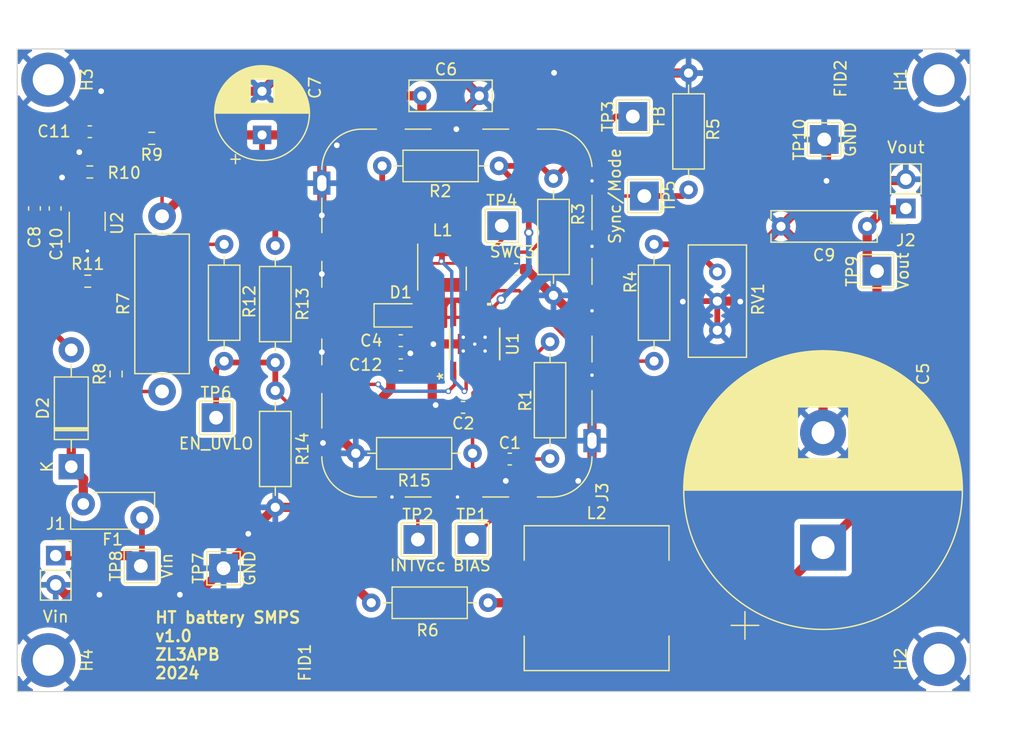
<source format=kicad_pcb>
(kicad_pcb (version 20221018) (generator pcbnew)
  (layers (0 "F.Cu" signal) (31 "B.Cu" signal) (34 "B.Paste" user) (35 "F.Paste" user) (36 "B.SilkS" user "B.Silkscreen") (37 "F.SilkS" user "F.Silkscreen") (38 "B.Mask" user) (39 "F.Mask" user) (44 "Edge.Cuts" user))
  (net 0 "")
  (net 1 "Net-(C1-Pad1)")
  (net 2 "GND")
  (net 3 "Net-(U1-INTVCC)")
  (net 4 "Net-(U1-SS)")
  (net 5 "Net-(D1-K)")
  (net 6 "Net-(J2-Pin_1)")
  (net 7 "Net-(U1-VIN)")
  (net 8 "Net-(D2-A)")
  (net 9 "Net-(U2-+)")
  (net 10 "Net-(U2--)")
  (net 11 "Net-(D1-A)")
  (net 12 "Net-(D2-K)")
  (net 13 "Net-(J1-Pin_1)")
  (net 14 "Net-(U1-VC)")
  (net 15 "Net-(U1-FBX)")
  (net 16 "Net-(U1-RT)")
  (net 17 "Net-(R4-Pad2)")
  (net 18 "Net-(U1-SYNC{slash}MODE)")
  (net 19 "Net-(R11-Pad2)")
  (net 20 "Net-(U1-EN{slash}UVLO)")
  (net 22 "Net-(L2-Pad1)")
  (net 23 "Net-(U1-BIAS)")
  (footprint "Diode_THT:D_DO-41_SOD81_P10.16mm_Horizontal" (layer "F.Cu") (at 110.2 118.26 90)
    (fp_text reference "D2")
    (fp_text value "3v3")
  )
  (footprint "Resistor_THT:R_Axial_DIN0207_L6.3mm_D2.5mm_P10.16mm_Horizontal" (layer "F.Cu") (at 123.5 98.92 -90)
    (fp_text reference "R12")
    (fp_text value "0R")
  )
  (footprint "hv_converter:MS323_hatched" (layer "F.Cu") (at 155.5 120.9 90)
    (fp_text reference "J3")
    (fp_text value "RF_Shield_PSU")
  )
  (footprint "Capacitor_SMD:C_0603_1608Metric_Pad1.08x0.95mm_HandSolder" (layer "F.Cu") (at 148.9 101.1)
    (fp_text reference "C3")
    (fp_text value "220n")
  )
  (footprint "Connector_PinSocket_2.54mm:PinSocket_1x02_P2.54mm_Vertical" (layer "F.Cu") (at 108.85 126)
    (fp_text reference "J1")
    (fp_text value "Vin")
  )
  (footprint "Capacitor_THT:C_Rect_L9.0mm_W2.5mm_P7.50mm_MKT" (layer "F.Cu") (at 179.44 97.36 180)
    (fp_text reference "C9")
    (fp_text value "100n")
  )
  (footprint "Capacitor_THT:C_Disc_D7.0mm_W2.5mm_P5.00mm" (layer "F.Cu") (at 140.7 86)
    (fp_text reference "C6")
    (fp_text value "100n")
  )
  (footprint "Resistor_SMD:R_0603_1608Metric_Pad0.98x0.95mm_HandSolder" (layer "F.Cu") (at 111.6375 102.125 180)
    (fp_text reference "R11")
    (fp_text value "1M")
  )
  (footprint "Fiducial:Fiducial_1.5mm_Mask3mm" (layer "F.Cu") (at 179.6 84.5 90)
    (fp_text reference "FID2")
    (fp_text value "Fiducial")
  )
  (footprint "Diode_SMD:D_PowerDI-123" (layer "F.Cu") (at 138.85 105.1)
    (fp_text reference "D1")
    (fp_text value "D")
  )
  (footprint "Resistor_THT:R_Axial_DIN0207_L6.3mm_D2.5mm_P10.16mm_Horizontal" (layer "F.Cu") (at 145.11 117.1 180)
    (fp_text reference "R15")
    (fp_text value "0R")
  )
  (footprint "Resistor_THT:R_Axial_DIN0207_L6.3mm_D2.5mm_P10.16mm_Horizontal" (layer "F.Cu") (at 127.95 99.04 -90)
    (fp_text reference "R13")
    (fp_text value "0R")
  )
  (footprint "Capacitor_SMD:C_0603_1608Metric_Pad1.08x0.95mm_HandSolder" (layer "F.Cu") (at 108.8 95.8 90)
    (fp_text reference "C10")
    (fp_text value "100n")
  )
  (footprint "TestPoint:TestPoint_THTPad_2.5x2.5mm_Drill1.2mm" (layer "F.Cu") (at 147.65 97.3)
    (fp_text reference "TP4")
    (fp_text value "SW")
  )
  (footprint "Fuse:Fuse_Bourns_MF-RG300" (layer "F.Cu") (at 116.35 122.7 180)
    (fp_text reference "F1")
    (fp_text value "3A")
  )
  (footprint "Resistor_THT:R_Axial_DIN0207_L6.3mm_D2.5mm_P10.16mm_Horizontal" (layer "F.Cu") (at 163.9 94.18 90)
    (fp_text reference "R5")
    (fp_text value "0R")
  )
  (footprint "Resistor_THT:R_Axial_DIN0207_L6.3mm_D2.5mm_P10.16mm_Horizontal" (layer "F.Cu") (at 127.95 111.64 -90)
    (fp_text reference "R14")
    (fp_text value "100k")
  )
  (footprint "Connector_PinSocket_2.54mm:PinSocket_1x02_P2.54mm_Vertical" (layer "F.Cu") (at 182.8 95.8 180)
    (fp_text reference "J2")
    (fp_text value "Vout")
  )
  (footprint "Capacitor_SMD:C_0603_1608Metric_Pad1.08x0.95mm_HandSolder" (layer "F.Cu") (at 144.2875 113.1 180)
    (fp_text reference "C2")
    (fp_text value "1u")
  )
  (footprint "Resistor_THT:R_Axial_DIN0207_L6.3mm_D2.5mm_P10.16mm_Horizontal" (layer "F.Cu") (at 151.85 107.4 -90)
    (fp_text reference "R1")
    (fp_text value "84k5")
  )
  (footprint "TestPoint:TestPoint_THTPad_2.5x2.5mm_Drill1.2mm" (layer "F.Cu") (at 175.7 89.8 90)
    (fp_text reference "TP10")
    (fp_text value "GND")
  )
  (footprint "Capacitor_THT:CP_Radial_D24.0mm_P10.00mm_SnapIn" (layer "F.Cu") (at 175.6 125.3 90)
    (fp_text reference "C5")
    (fp_text value "150u")
  )
  (footprint "TestPoint:TestPoint_THTPad_2.5x2.5mm_Drill1.2mm" (layer "F.Cu") (at 145.05 124.6)
    (fp_text reference "TP1")
    (fp_text value "BIAS")
  )
  (footprint "Resistor_THT:R_Axial_DIN0414_L11.9mm_D4.5mm_P15.24mm_Horizontal" (layer "F.Cu") (at 118.1 111.72 90)
    (fp_text reference "R7")
    (fp_text value "1R")
  )
  (footprint "Capacitor_THT:CP_Radial_D8.0mm_P3.80mm" (layer "F.Cu") (at 126.8 89.402651 90)
    (fp_text reference "C7")
    (fp_text value "120u")
  )
  (footprint "Resistor_THT:R_Axial_DIN0207_L6.3mm_D2.5mm_P10.16mm_Horizontal" (layer "F.Cu") (at 160.9 109.08 90)
    (fp_text reference "R4")
    (fp_text value "47k")
  )
  (footprint "Inductor_SMD:L_12x12mm_H8mm" (layer "F.Cu") (at 155.9 129.7)
    (fp_text reference "L2")
    (fp_text value "22uH, 80.4mOhm")
  )
  (footprint "TestPoint:TestPoint_THTPad_2.5x2.5mm_Drill1.2mm" (layer "F.Cu") (at 140.35 124.6)
    (fp_text reference "TP2")
    (fp_text value "INTVcc")
  )
  (footprint "Capacitor_SMD:C_0603_1608Metric_Pad1.08x0.95mm_HandSolder" (layer "F.Cu") (at 138.8625 109.4)
    (fp_text reference "C12")
    (fp_text value "100n")
  )
  (footprint "Resistor_SMD:R_0603_1608Metric_Pad0.98x0.95mm_HandSolder" (layer "F.Cu") (at 111.8125 92.625 180)
    (fp_text reference "R10")
    (fp_text value "1M")
  )
  (footprint "MountingHole:MountingHole_2.7mm_M2.5_DIN965_Pad" (layer "F.Cu") (at 108.2 135.1 -90)
    (fp_text reference "H4")
    (fp_text value "MountingHole_Pad")
  )
  (footprint "Potentiometer_THT:Potentiometer_Bourns_3296W_Vertical" (layer "F.Cu") (at 166.4 101.32 90)
    (fp_text reference "RV1")
    (fp_text value "500k")
  )
  (footprint "Fiducial:Fiducial_1.5mm_Mask3mm" (layer "F.Cu") (at 133 135.3 90)
    (fp_text reference "FID1")
    (fp_text value "Fiducial")
  )
  (footprint "hv_converter:05-08-1871_ADI-M" (layer "F.Cu") (at 145.300002 107.586649 90)
    (fp_text reference "U1")
    (fp_text value "LT8365JMSE-PBF")
  )
  (footprint "TestPoint:TestPoint_THTPad_2.5x2.5mm_Drill1.2mm" (layer "F.Cu") (at 116.25 126.9 90)
    (fp_text reference "TP8")
    (fp_text value "Vin")
  )
  (footprint "Capacitor_SMD:C_0603_1608Metric_Pad1.08x0.95mm_HandSolder" (layer "F.Cu") (at 138.8625 107.3)
    (fp_text reference "C4")
    (fp_text value "100n")
  )
  (footprint "Resistor_SMD:R_0603_1608Metric_Pad0.98x0.95mm_HandSolder" (layer "F.Cu") (at 114.1 110.2 90)
    (fp_text reference "R8")
    (fp_text value "10k")
  )
  (footprint "TestPoint:TestPoint_THTPad_2.5x2.5mm_Drill1.2mm" (layer "F.Cu") (at 160.05 94.72 -90)
    (fp_text reference "TP5")
    (fp_text value "Sync/Mode")
  )
  (footprint "Package_TO_SOT_SMD:SOT-23-5" (layer "F.Cu") (at 111.5875 96.925 90)
    (fp_text reference "U2")
    (fp_text value "MCP6001T-I/OT")
  )
  (footprint "Capacitor_SMD:C_0603_1608Metric_Pad1.08x0.95mm_HandSolder" (layer "F.Cu") (at 148.35 117.6 180)
    (fp_text reference "C1")
    (fp_text value "1n")
  )
  (footprint "TestPoint:TestPoint_THTPad_2.5x2.5mm_Drill1.2mm" (layer "F.Cu") (at 122.8 114)
    (fp_text reference "TP6")
    (fp_text value "EN_UVLO")
  )
  (footprint "Capacitor_SMD:C_0603_1608Metric_Pad1.08x0.95mm_HandSolder" (layer "F.Cu") (at 111.8125 89.125 180)
    (fp_text reference "C11")
    (fp_text value "100n")
  )
  (footprint "Resistor_THT:R_Axial_DIN0207_L6.3mm_D2.5mm_P10.16mm_Horizontal" (layer "F.Cu") (at 152.15 93.2 -90)
    (fp_text reference "R3")
    (fp_text value "12k7")
  )
  (footprint "TestPoint:TestPoint_THTPad_2.5x2.5mm_Drill1.2mm" (layer "F.Cu") (at 123.45 127.1 90)
    (fp_text reference "TP7")
    (fp_text value "GND")
  )
  (footprint "MountingHole:MountingHole_2.7mm_M2.5_DIN965_Pad" (layer "F.Cu") (at 185.7 84.6 90)
    (fp_text reference "H1")
    (fp_text value "MountingHole_Pad")
  )
  (footprint "Inductor_SMD_Wurth:L_Wurth_WE-LQSH-4020" (layer "F.Cu") (at 142.45 100.9 -90)
    (fp_text reference "L1")
    (fp_text value "10u")
  )
  (footprint "MountingHole:MountingHole_2.7mm_M2.5_DIN965_Pad" (layer "F.Cu") (at 185.7 135 90)
    (fp_text reference "H2")
    (fp_text value "MountingHole_Pad")
  )
  (footprint "TestPoint:TestPoint_THTPad_2.5x2.5mm_Drill1.2mm" (layer "F.Cu") (at 159.05 87.8 90)
    (fp_text reference "TP3")
    (fp_text value "FB")
  )
  (footprint "Symbol:Symbol_Highvoltage_Type1_CopperTop_Small" (layer "F.Cu") (at 185.7 95.3)
    (fp_text reference "SYM1")
    (fp_text value "SYM_Flash_XLarge")
  )
  (footprint "TestPoint:TestPoint_THTPad_2.5x2.5mm_Drill1.2mm" (layer "F.Cu") (at 180.29 101.26 90)
    (fp_text reference "TP9")
    (fp_text value "Vout")
  )
  (footprint "Resistor_THT:R_Axial_DIN0207_L6.3mm_D2.5mm_P10.16mm_Horizontal" (layer "F.Cu") (at 136.3 130.1)
    (fp_text reference "R6")
    (fp_text value "10R")
  )
  (footprint "MountingHole:MountingHole_2.7mm_M2.5_DIN965_Pad" (layer "F.Cu") (at 108.2 84.6 -90)
    (fp_text reference "H3")
    (fp_text value "MountingHole_Pad")
  )
  (footprint "Resistor_SMD:R_0603_1608Metric_Pad0.98x0.95mm_HandSolder" (layer "F.Cu") (at 117.2 89.7 180)
    (fp_text reference "R9")
    (fp_text value "10k")
  )
  (footprint "Resistor_THT:R_Axial_DIN0207_L6.3mm_D2.5mm_P10.16mm_Horizontal" (layer "F.Cu") (at 137.25 92.1)
    (fp_text reference "R2")
    (fp_text value "1M")
  )
  (footprint "Capacitor_SMD:C_0603_1608Metric_Pad1.08x0.95mm_HandSolder" (layer "F.Cu") (at 107 95.8 90)
    (fp_text reference "C8")
    (fp_text value "100n")
  )
  (gr_poly (pts (xy 105.5 81.925) (xy 188.4 81.925) (xy 188.4 137.825) (xy 105.5 137.825)) (stroke (width 0.1)) (fill none) (layer "Edge.Cuts"))
  (gr_text "HT battery SMPS\nv1.0\nZL3APB \n2024" (at 117.4 136.8) (layer "F.SilkS") (effects (font (size 1 1) (thickness 0.2) bold) (justify left bottom)))
  (segment (start 149.2125 117.6) (end 151.81 117.6) (width 0.3) (layer "F.Cu") (net 1))
  (segment (start 151.81 117.6) (end 151.85 117.56) (width 0.3) (layer "F.Cu") (net 1))
  (segment (start 138.1 88.9) (end 134.7 88.9) (width 0.8) (layer "F.Cu") (net 2))
  (segment (start 163.44 103.86) (end 163.4 103.9) (width 0.5) (layer "F.Cu") (net 2))
  (segment (start 171.94 97.36) (end 175.9 93.4) (width 0.8) (layer "F.Cu") (net 2))
  (segment (start 110.95 89.125) (end 110.95 90.85) (width 0.8) (layer "F.Cu") (net 2))
  (segment (start 133.3 90.3) (end 132 91.6) (width 0.8) (layer "F.Cu") (net 2))
  (segment (start 149.4 88.9) (end 143.7 88.9) (width 0.8) (layer "F.Cu") (net 2))
  (segment (start 109.875 92.625) (end 109.4 93.1) (width 0.8) (layer "F.Cu") (net 2))
  (segment (start 166.4 103.86) (end 166.4 106.4) (width 0.5) (layer "F.Cu") (net 2))
  (segment (start 155.5 116) (end 155.5 110.3) (width 0.8) (layer "F.Cu") (net 2))
  (segment (start 149.4 86.8) (end 149.4 88.9) (width 0.8) (layer "F.Cu") (net 2))
  (segment (start 110.95 89.125) (end 110.95 87.45) (width 0.8) (layer "F.Cu") (net 2))
  (segment (start 152.15 103.36) (end 153.49 104.7) (width 0.8) (layer "F.Cu") (net 2))
  (segment (start 109.7 129.39) (end 112.64 129.39) (width 0.8) (layer "F.Cu") (net 2))
  (segment (start 126.8 85.602651) (end 128.502651 83.9) (width 0.8) (layer "F.Cu") (net 2))
  (segment (start 155.5 110.3) (end 155.5 110.35) (width 0.8) (layer "F.Cu") (net 2))
  (segment (start 163.36 103.86) (end 158.44 103.86) (width 0.5) (layer "F.Cu") (net 2))
  (segment (start 132 101.5) (end 132 96.4) (width 0.8) (layer "F.Cu") (net 2))
  (segment (start 168.36 103.86) (end 166.4 103.86) (width 0.8) (layer "F.Cu") (net 2))
  (segment (start 132 110.55) (end 132 108.3) (width 0.8) (layer "F.Cu") (net 2))
  (segment (start 175.9 90) (end 175.7 89.8) (width 0.8) (layer "F.Cu") (net 2))
  (segment (start 125.65 124.1) (end 127.95 121.8) (width 0.8) (layer "F.Cu") (net 2))
  (segment (start 139.725 108.375) (end 139.725 107.3) (width 0.8) (layer "F.Cu") (net 2))
  (segment (start 168.54 103.86) (end 168.44 103.86) (width 0.8) (layer "F.Cu") (net 2))
  (segment (start 158.44 103.86) (end 157.6 104.7) (width 0.5) (layer "F.Cu") (net 2))
  (segment (start 112.8 85.6) (end 126.8 85.602651) (width 0.8) (layer "F.Cu") (net 2))
  (segment (start 112.66 129.39) (end 119.64 129.39) (width 0.8) (layer "F.Cu") (net 2))
  (segment (start 132.1 116.2) (end 132 116.2) (width 0.8) (layer "F.Cu") (net 2))
  (segment (start 144.286649 107.586649) (end 141.8 107.586649) (width 0.8) (layer "F.Cu") (net 2))
  (segment (start 141.686649 107.586649) (end 141.4 107.3) (width 0.8) (layer "F.Cu") (net 2))
  (segment (start 147.4875 118.9875) (end 148 119.5) (width 0.8) (layer "F.Cu") (net 2))
  (segment (start 139.725 109.4) (end 139.725 108.425) (width 0.8) (layer "F.Cu") (net 2))
  (segment (start 134.95 117.1) (end 134.05 116.2) (width 0.8) (layer "F.Cu") (net 2))
  (segment (start 175.6 101.02) (end 171.94 97.36) (width 0.8) (layer "F.Cu") (net 2))
  (segment (start 112.65 129.4) (end 112.66 129.39) (width 0.8) (layer "F.Cu") (net 2))
  (segment (start 175.9 93.4) (end 175.93 93.37) (width 0.8) (layer "F.Cu") (net 2))
  (segment (start 127.95 121.8) (end 129.7 121.8) (width 0.8) (layer "F.Cu") (net 2))
  (segment (start 143.6 83.9) (end 145.7 86) (width 0.8) (layer "F.Cu") (net 2))
  (segment (start 148 119.5) (end 149.4 120.9) (width 0.8) (layer "F.Cu") (net 2))
  (segment (start 128.502651 83.9) (end 143.6 83.9) (width 0.8) (layer "F.Cu") (net 2))
  (segment (start 112.64 129.39) (end 112.65 129.4) (width 0.8) (layer "F.Cu") (net 2))
  (segment (start 121.16 129.39) (end 123.45 127.1) (width 0.8) (layer "F.Cu") (net 2))
  (segment (start 166.4 103.86) (end 163.44 103.86) (width 0.5) (layer "F.Cu") (net 2))
  (segment (start 125.6 124.95) (end 123.45 127.1) (width 0.8) (layer "F.Cu") (net 2))
  (segment (start 152.06 103.36) (end 152.15 103.36) (width 0.8) (layer "F.Cu") (net 2))
  (segment (start 168.44 103.86) (end 168.4 103.9) (width 0.8) (layer "F.Cu") (net 2))
  (segment (start 168.4 103.9) (end 168.36 103.86) (width 0.8) (layer "F.Cu") (net 2))
  (segment (start 141.6 112.6) (end 141.6 107.786649) (width 0.8) (layer "F.Cu") (net 2))
  (segment (start 147.4875 117.6) (end 147.4875 118.9875) (width 0.8) (layer "F.Cu") (net 2))
  (segment (start 129.7 121.8) (end 132 119.5) (width 0.8) (layer "F.Cu") (net 2))
  (segment (start 153.49 104.7) (end 155.5 104.7) (width 0.8) (layer "F.Cu") (net 2))
  (segment (start 143.7 88.9) (end 143.75 88.9) (width 0.8) (layer "F.Cu") (net 2))
  (segment (start 119.66 129.39) (end 121.16 129.39) (width 0.8) (layer "F.Cu") (net 2))
  (segment (start 110.95 90.85) (end 111 90.9) (width 0.8) (layer "F.Cu") (net 2))
  (segment (start 119.65 129.4) (end 119.66 129.39) (width 0.8) (layer "F.Cu") (net 2))
  (segment (start 141.7 107.6) (end 141.686649 107.586649) (width 0.8) (layer "F.Cu") (net 2))
  (segment (start 145.3 107.6) (end 144.313351 107.586649) (width 0.8) (layer "F.Cu") (net 2))
  (segment (start 142.1 113.1) (end 141.9 112.9) (width 0.8) (layer "F.Cu") (net 2))
  (segment (start 154.3 119.5) (end 155.5 118.3) (width 0.8) (layer "F.Cu") (net 2))
  (segment (start 109.4 93.1) (end 108.8 93.7) (width 0.8) (layer "F.Cu") (net 2))
  (segment (start 141.4 107.3) (end 139.725 107.3) (width 0.8) (layer "F.Cu") (net 2))
  (segment (start 152.18 84.02) (end 149.4 86.8) (width 0.8) (layer "F.Cu") (net 2))
  (segment (start 139.7 108.4) (end 139.725 108.375) (width 0.8) (layer "F.Cu") (net 2))
  (segment (start 107 94.9375) (end 108.8 94.9375) (width 0.8) (layer "F.Cu") (net 2))
  (segment (start 132 91.6) (end 132 93.6) (width 0.8) (layer "F.Cu") (net 2))
  (segment (start 125.6 124.1) (end 125.65 124.1) (width 0.8) (layer "F.Cu") (net 2))
  (segment (start 149.4 120.9) (end 152.9 120.9) (width 0.8) (layer "F.Cu") (net 2))
  (segment (start 163.9 84.02) (end 152.2 84) (width 0.8) (layer "F.Cu") (net 2))
  (segment (start 132 108.3) (end 132 101.5) (width 0.8) (layer "F.Cu") (net 2))
  (segment (start 152.2 84) (end 152.18 84.02) (width 0.8) (layer "F.Cu") (net 2))
  (segment (start 110.9 92.625) (end 109.875 92.625) (width 0.8) (layer "F.Cu") (net 2))
  (segment (start 139.725 108.425) (end 139.7 108.4) (width 0.8) (layer "F.Cu") (net 2))
  (segment (start 144.3 107.6) (end 144.286649 107.586649) (width 0.8) (layer "F.Cu") (net 2))
  (segment (start 110.95 87.45) (end 112.797349 85.602651) (width 0.8) (layer "F.Cu") (net 2))
  (segment (start 134.7 88.9) (end 133.3 90.3) (width 0.8) (layer "F.Cu") (net 2))
  (segment (start 163.4 103.9) (end 163.36 103.86) (width 0.5) (layer "F.Cu") (net 2))
  (segment (start 155.5 118.3) (end 155.5 116) (width 0.8) (layer "F.Cu") (net 2))
  (segment (start 169.6 102.8) (end 168.54 103.86) (width 0.8) (layer "F.Cu") (net 2))
  (segment (start 141.8 107.586649) (end 141.7 107.6) (width 0.8) (layer "F.Cu") (net 2))
  (segment (start 175.9 93.4) (end 175.9 90) (width 0.8) (layer "F.Cu") (net 2))
  (segment (start 152.9 120.9) (end 154.3 119.5) (width 0.8) (layer "F.Cu") (net 2))
  (segment (start 132 96.4) (end 132 93.6) (width 0.8) (layer "F.Cu") (net 2))
  (segment (start 110.95 92.575) (end 110.9 92.625) (width 0.8) (layer "F.Cu") (net 2))
  (segment (start 108.8 93.7) (end 108.8 94.9375) (width 0.8) (layer "F.Cu") (net 2))
  (segment (start 145.7 86) (end 143.75 87.95) (width 0.8) (layer "F.Cu") (net 2))
  (segment (start 143.75 87.95) (end 143.75 88.9) (width 0.8) (layer "F.Cu") (net 2))
  (segment (start 110.95 90.95) (end 110.95 92.575) (width 0.8) (layer "F.Cu") (net 2))
  (segment (start 134.05 116.2) (end 132.1 116.2) (width 0.8) (layer "F.Cu") (net 2))
  (segment (start 155.5 104.7) (end 155.5 99.1) (width 0.8) (layer "F.Cu") (net 2))
  (segment (start 149.7625 101.1) (end 149.8 101.1) (width 0.8) (layer "F.Cu") (net 2))
  (segment (start 108.85 128.54) (end 109.7 129.39) (width 0.8) (layer "F.Cu") (net 2))
  (segment (start 111 90.9) (end 110.95 90.95) (width 0.8) (layer "F.Cu") (net 2))
  (segment (start 157.6 104.7) (end 155.5 104.7) (width 0.5) (layer "F.Cu") (net 2))
  (segment (start 175.93 93.37) (end 182.69 93.37) (width 0.8) (layer "F.Cu") (net 2))
  (segment (start 171.94 97.36) (end 169.6 99.7) (width 0.8) (layer "F.Cu") (net 2))
  (segment (start 132 119.5) (end 132 116.2) (width 0.8) (layer "F.Cu") (net 2))
  (segment (start 143.425 113.1) (end 142.1 113.1) (width 0.8) (layer "F.Cu") (net 2))
  (segment (start 141.9 112.9) (end 141.6 112.6) (width 0.8) (layer "F.Cu") (net 2))
  (segment (start 112.797349 85.602651) (end 112.8 85.6) (width 0.8) (layer "F.Cu") (net 2))
  (segment (start 125.6 124.1) (end 125.6 124.95) (width 0.8) (layer "F.Cu") (net 2))
  (segment (start 182.69 93.37) (end 182.8 93.26) (width 0.8) (layer "F.Cu") (net 2))
  (segment (start 169.6 99.7) (end 169.6 102.8) (width 0.8) (layer "F.Cu") (net 2))
  (segment (start 141.6 107.786649) (end 141.8 107.586649) (width 0.8) (layer "F.Cu") (net 2))
  (segment (start 119.64 129.39) (end 119.65 129.4) (width 0.8) (layer "F.Cu") (net 2))
  (segment (start 111.5875 99.4875) (end 111.6 99.5) (width 0.3) (layer "F.Cu") (net 2))
  (segment (start 155.5 99.1) (end 155.5 99.05) (width 0.8) (layer "F.Cu") (net 2))
  (segment (start 175.6 115.3) (end 175.6 101.02) (width 0.8) (layer "F.Cu") (net 2))
  (segment (start 149.8 101.1) (end 152.06 103.36) (width 0.8) (layer "F.Cu") (net 2))
  (segment (start 145.300002 107.586649) (end 145.3 107.6) (width 0.8) (layer "F.Cu") (net 2))
  (segment (start 111.5875 98.0625) (end 111.5875 99.4875) (width 0.3) (layer "F.Cu") (net 2))
  (via (at 125.6 124.1) (size 0.8) (drill 0.5) (layers "F.Cu" "B.Cu") (net 2))
  (via (at 154.3 119.5) (size 0.8) (drill 0.5) (layers "F.Cu" "B.Cu") (net 2))
  (via (at 175.9 93.4) (size 0.8) (drill 0.5) (layers "F.Cu" "B.Cu") (net 2))
  (via (at 132.1 116.2) (size 0.8) (drill 0.5) (layers "F.Cu" "B.Cu") (net 2))
  (via (at 132 96.4) (size 0.8) (drill 0.5) (layers "F.Cu" "B.Cu") (net 2))
  (via (at 163.4 103.9) (size 0.8) (drill 0.5) (layers "F.Cu" "B.Cu") (net 2))
  (via (at 146.2 107) (size 0.5) (drill 0.3) (layers "F.Cu" "B.Cu") (net 2))
  (via (at 138.1 120.9) (size 0.5) (drill 0.3) (layers "F.Cu" "B.Cu") (net 2))
  (via (at 155.5 99.1) (size 0.5) (drill 0.3) (layers "F.Cu" "B.Cu") (net 2))
  (via (at 143.8 120.9) (size 0.5) (drill 0.3) (layers "F.Cu" "B.Cu") (net 2))
  (via (at 110.9 90.9) (size 0.8) (drill 0.5) (layers "F.Cu" "B.Cu") (net 2))
  (via (at 148 119.5) (size 0.8) (drill 0.5) (layers "F.Cu" "B.Cu") (net 2))
  (via (at 112.8 85.6) (size 0.8) (drill 0.5) (layers "F.Cu" "B.Cu") (net 2))
  (via (at 152.2 84) (size 0.8) (drill 0.5) (layers "F.Cu" "B.Cu") (net 2))
  (via (at 141.9 112.9) (size 0.8) (drill 0.5) (layers "F.Cu" "B.Cu") (net 2))
  (via (at 144.3 107) (size 0.5) (drill 0.3) (layers "F.Cu" "B.Cu") (net 2))
  (via (at 141.7 107.6) (size 0.8) (drill 0.5) (layers "F.Cu" "B.Cu") (net 2))
  (via (at 132 101.5) (size 0.8) (drill 0.5) (layers "F.Cu" "B.Cu") (net 2))
  (via (at 144.3 108.2) (size 0.5) (drill 0.3) (layers "F.Cu" "B.Cu") (net 2))
  (via (at 146.2 108.2) (size 0.5) (drill 0.3) (layers "F.Cu" "B.Cu") (net 2))
  (via (at 119.65 129.4) (size 0.8) (drill 0.5) (layers "F.Cu" "B.Cu") (net 2))
  (via (at 139.7 108.4) (size 0.8) (drill 0.5) (layers "F.Cu" "B.Cu") (net 2))
  (via (at 155.5 110.3) (size 0.5) (drill 0.3) (layers "F.Cu" "B.Cu") (net 2))
  (via (at 155.5 93.4) (size 0.5) (drill 0.3) (layers "F.Cu" "B.Cu") (net 2))
  (via (at 111.6 99.5) (size 0.5) (drill 0.3) (layers "F.Cu" "B.Cu") (net 2))
  (via (at 133.3 90.3) (size 0.8) (drill 0.5) (layers "F.Cu" "B.Cu") (net 2))
  (via (at 132 108.3) (size 0.8) (drill 0.5) (layers "F.Cu" "B.Cu") (net 2))
  (via (at 109.4 93.1) (size 0.8) (drill 0.5) (layers "F.Cu" "B.Cu") (net 2))
  (via (at 145.3 107.6) (size 0.5) (drill 0.3) (layers "F.Cu" "B.Cu") (net 2))
  (via (at 155.5 104.7) (size 0.5) (drill 0.3) (layers "F.Cu" "B.Cu") (net 2))
  (via (at 112.65 129.4) (size 0.8) (drill 0.5) (layers "F.Cu" "B.Cu") (net 2))
  (via (at 143.7 88.9) (size 0.8) (drill 0.5) (layers "F.Cu" "B.Cu") (net 2))
  (via (at 168.4 103.9) (size 0.8) (drill 0.5) (layers "F.Cu" "B.Cu") (net 2))
  (segment (start 145.15 111.85) (end 145.550002 111.449998) (width 0.3) (layer "F.Cu") (net 3))
  (segment (start 145.15 113.1) (end 145.15 114.25) (width 0.3) (layer "F.Cu") (net 3))
  (segment (start 145.15 114.25) (end 140.35 119.05) (width 0.3) (layer "F.Cu") (net 3))
  (segment (start 140.35 119.05) (end 140.35 124.6) (width 0.3) (layer "F.Cu") (net 3))
  (segment (start 145.15 113.1) (end 145.15 111.85) (width 0.3) (layer "F.Cu") (net 3))
  (segment (start 145.550002 111.449998) (end 145.550002 109.9) (width 0.3) (layer "F.Cu") (net 3))
  (segment (start 146.050003 103.087497) (end 148.0375 101.1) (width 0.3) (layer "F.Cu") (net 4))
  (segment (start 146.050003 105.273298) (end 146.050003 103.087497) (width 0.3) (layer "F.Cu") (net 4))
  (segment (start 138 109.4) (end 138 105.1) (width 0.5) (layer "F.Cu") (net 5))
  (segment (start 136.7 112.8) (end 136.7 118.3) (width 0.8) (layer "F.Cu") (net 5))
  (segment (start 137.25 94.15) (end 137.25 92.1) (width 0.5) (layer "F.Cu") (net 5))
  (segment (start 138 105.1) (end 138 94.9) (width 0.5) (layer "F.Cu") (net 5))
  (segment (start 135 120) (end 135 128.8) (width 0.8) (layer "F.Cu") (net 5))
  (segment (start 138 111.5) (end 136.7 112.8) (width 0.8) (layer "F.Cu") (net 5))
  (segment (start 136.7 118.3) (end 135 120) (width 0.8) (layer "F.Cu") (net 5))
  (segment (start 138 105.1) (end 138 107.3) (width 0.5) (layer "F.Cu") (net 5))
  (segment (start 138 109.4) (end 138 111.5) (width 0.8) (layer "F.Cu") (net 5))
  (segment (start 135 128.8) (end 136.3 130.1) (width 0.8) (layer "F.Cu") (net 5))
  (segment (start 138 94.9) (end 137.25 94.15) (width 0.5) (layer "F.Cu") (net 5))
  (segment (start 174.7 125.3) (end 175.6 125.3) (width 0.5) (layer "F.Cu") (net 6))
  (segment (start 180.29 120.61) (end 175.6 125.3) (width 0.8) (layer "F.Cu") (net 6))
  (segment (start 171.2 129.7) (end 175.6 125.3) (width 0.8) (layer "F.Cu") (net 6))
  (segment (start 179.44 100.41) (end 180.29 101.26) (width 0.8) (layer "F.Cu") (net 6))
  (segment (start 182.8 95.8) (end 182.69 95.91) (width 0.8) (layer "F.Cu") (net 6))
  (segment (start 180.89 95.91) (end 179.44 97.36) (width 0.8) (layer "F.Cu") (net 6))
  (segment (start 182.69 95.91) (end 180.89 95.91) (width 0.8) (layer "F.Cu") (net 6))
  (segment (start 180.29 101.26) (end 180.29 120.61) (width 0.8) (layer "F.Cu") (net 6))
  (segment (start 179.44 97.36) (end 179.44 100.41) (width 0.8) (layer "F.Cu") (net 6))
  (segment (start 160.85 129.7) (end 171.2 129.7) (width 0.8) (layer "F.Cu") (net 6))
  (segment (start 144.550001 109.9) (end 144.550001 111.549999) (width 0.3) (layer "F.Cu") (net 7))
  (segment (start 127.95 99.04) (end 127.95 94.35) (width 0.5) (layer "F.Cu") (net 7))
  (segment (start 127.95 94.35) (end 126.8 93.2) (width 0.5) (layer "F.Cu") (net 7))
  (segment (start 118.1 89.7125) (end 118.1125 89.7) (width 0.3) (layer "F.Cu") (net 7))
  (segment (start 126.8 89.402651) (end 125.177349 89.402651) (width 0.8) (layer "F.Cu") (net 7))
  (segment (start 129.897349 89.402651) (end 126.8 89.402651) (width 0.8) (layer "F.Cu") (net 7))
  (segment (start 133.3 86) (end 129.897349 89.402651) (width 0.8) (layer "F.Cu") (net 7))
  (segment (start 140.7 86) (end 133.3 86) (width 0.8) (layer "F.Cu") (net 7))
  (segment (start 144.550001 111.549999) (end 144.4 111.7) (width 0.3) (layer "F.Cu") (net 7))
  (segment (start 125.177349 89.402651) (end 118.1 96.48) (width 0.8) (layer "F.Cu") (net 7))
  (segment (start 126.8 93.2) (end 126.8 89.402651) (width 0.5) (layer "F.Cu") (net 7))
  (segment (start 140.7 86) (end 140.7 92.5) (width 0.8) (layer "F.Cu") (net 7))
  (segment (start 118.1 96.48) (end 118.1 89.7125) (width 0.3) (layer "F.Cu") (net 7))
  (via (at 142.4 100.4) (size 0.5) (drill 0.3) (layers "F.Cu" "B.Cu") (net 7))
  (via (at 144.4 111.7) (size 0.5) (drill 0.3) (layers "F.Cu" "B.Cu") (net 7))
  (segment (start 142.4 100.4) (end 143.3 101.3) (width 0.3) (layer "B.Cu") (net 7))
  (segment (start 143.3 101.3) (end 143.3 110.6) (width 0.3) (layer "B.Cu") (net 7))
  (segment (start 143.3 110.6) (end 144.4 111.7) (width 0.3) (layer "B.Cu") (net 7))
  (segment (start 110.6375 95.7875) (end 107.875 95.7875) (width 0.2) (layer "F.Cu") (net 8))
  (segment (start 107.875 95.7875) (end 107 96.6625) (width 0.2) (layer "F.Cu") (net 8))
  (segment (start 107 104.9) (end 107 96.6625) (width 0.5) (layer "F.Cu") (net 8))
  (segment (start 110.2 108.1) (end 107 104.9) (width 0.5) (layer "F.Cu") (net 8))
  (segment (start 114.1 103.675) (end 114.1 109.2875) (width 0.3) (layer "F.Cu") (net 9))
  (segment (start 109.9 103.4) (end 111.275 103.4) (width 0.3) (layer "F.Cu") (net 9))
  (segment (start 111.275 103.4) (end 112.55 102.125) (width 0.3) (layer "F.Cu") (net 9))
  (segment (start 112.5375 98.0625) (end 112.5375 102.1125) (width 0.3) (layer "F.Cu") (net 9))
  (segment (start 108.8 102.3) (end 109.9 103.4) (width 0.3) (layer "F.Cu") (net 9))
  (segment (start 112.55 102.125) (end 114.1 103.675) (width 0.3) (layer "F.Cu") (net 9))
  (segment (start 112.5375 102.1125) (end 112.55 102.125) (width 0.3) (layer "F.Cu") (net 9))
  (segment (start 108.8 96.6625) (end 108.8 102.3) (width 0.3) (layer "F.Cu") (net 9))
  (segment (start 112.5375 94.3625) (end 112.5375 95.7875) (width 0.3) (layer "F.Cu") (net 10))
  (segment (start 112.725 92.625) (end 112.725 94.175) (width 0.3) (layer "F.Cu") (net 10))
  (segment (start 112.675 89.125) (end 112.675 92.575) (width 0.3) (layer "F.Cu") (net 10))
  (segment (start 112.675 92.575) (end 112.725 92.625) (width 0.3) (layer "F.Cu") (net 10))
  (segment (start 115 89.7) (end 116.2875 89.7) (width 0.3) (layer "F.Cu") (net 10))
  (segment (start 112.675 89.125) (end 114.425 89.125) (width 0.3) (layer "F.Cu") (net 10))
  (segment (start 114.425 89.125) (end 115 89.7) (width 0.3) (layer "F.Cu") (net 10))
  (segment (start 112.725 94.175) (end 112.5375 94.3625) (width 0.3) (layer "F.Cu") (net 10))
  (segment (start 147.65 97.3) (end 147.65 98.55) (width 0.3) (layer "F.Cu") (net 11))
  (segment (start 147.65 98.55) (end 144.8 101.4) (width 0.3) (layer "F.Cu") (net 11))
  (segment (start 111.3 119.36) (end 110.2 118.26) (width 0.8) (layer "F.Cu") (net 12))
  (segment (start 114.0125 111.2) (end 114.1 111.1125) (width 0.8) (layer "F.Cu") (net 12))
  (segment (start 118.1 111.72) (end 116.02 111.72) (width 0.3) (layer "F.Cu") (net 12))
  (segment (start 111.9 111.2) (end 114.0125 111.2) (width 0.8) (layer "F.Cu") (net 12))
  (segment (start 116.02 111.72) (end 115.4125 111.1125) (width 0.3) (layer "F.Cu") (net 12))
  (segment (start 110.2 118.26) (end 110.2 112.9) (width 0.8) (layer "F.Cu") (net 12))
  (segment (start 111.3 119.36) (end 111.25 119.41) (width 0.8) (layer "F.Cu") (net 12))
  (segment (start 110.2 112.9) (end 111.9 111.2) (width 0.8) (layer "F.Cu") (net 12))
  (segment (start 115.4125 111.1125) (end 114.1 111.1125) (width 0.3) (layer "F.Cu") (net 12))
  (segment (start 111.25 119.41) (end 111.25 121.5) (width 0.8) (layer "F.Cu") (net 12))
  (segment (start 118.1 112) (end 118.1 111.72) (width 0.5) (layer "F.Cu") (net 12))
  (segment (start 116.35 126.8) (end 116.25 126.9) (width 0.5) (layer "F.Cu") (net 13))
  (segment (start 116.35 122.7) (end 116.35 126.8) (width 0.5) (layer "F.Cu") (net 13))
  (segment (start 116.25 122.8) (end 116.35 122.7) (width 0.5) (layer "F.Cu") (net 13))
  (segment (start 115.35 126) (end 116.25 126.9) (width 0.8) (layer "F.Cu") (net 13))
  (segment (start 108.85 126) (end 115.35 126) (width 0.8) (layer "F.Cu") (net 13))
  (segment (start 149.225 109.9) (end 147.050001 109.9) (width 0.3) (layer "F.Cu") (net 14))
  (segment (start 151.725 107.4) (end 149.225 109.9) (width 0.3) (layer "F.Cu") (net 14))
  (segment (start 151.85 107.4) (end 151.725 107.4) (width 0.3) (layer "F.Cu") (net 14))
  (segment (start 147.050004 104.249996) (end 147.050004 105.273298) (width 0.3) (layer "F.Cu") (net 15))
  (segment (start 151.05 92.1) (end 152.15 93.2) (width 0.5) (layer "F.Cu") (net 15))
  (segment (start 147.41 92.1) (end 151.05 92.1) (width 0.5) (layer "F.Cu") (net 15))
  (segment (start 157.55 87.8) (end 159.05 87.8) (width 0.5) (layer "F.Cu") (net 15))
  (segment (start 147.41 92.1) (end 150 94.69) (width 0.5) (layer "F.Cu") (net 15))
  (segment (start 147.6 103.7) (end 147.050004 104.249996) (width 0.3) (layer "F.Cu") (net 15))
  (segment (start 152.15 93.2) (end 157.55 87.8) (width 0.5) (layer "F.Cu") (net 15))
  (segment (start 150 94.69) (end 150 97.9) (width 0.5) (layer "F.Cu") (net 15))
  (via (at 147.6 103.7) (size 0.8) (drill 0.5) (layers "F.Cu" "B.Cu") (net 15))
  (via (at 150 97.9) (size 0.8) (drill 0.5) (layers "F.Cu" "B.Cu") (net 15))
  (segment (start 147.6 103.7) (end 150 101.3) (width 0.5) (layer "B.Cu") (net 15))
  (segment (start 150 101.3) (end 150 97.9) (width 0.5) (layer "B.Cu") (net 15))
  (segment (start 149.15 102.95) (end 154.4 108.2) (width 0.3) (layer "F.Cu") (net 16))
  (segment (start 146.550002 103.689337) (end 147.289339 102.95) (width 0.3) (layer "F.Cu") (net 16))
  (segment (start 157.6 108.2) (end 158.48 109.08) (width 0.3) (layer "F.Cu") (net 16))
  (segment (start 158.48 109.08) (end 160.9 109.08) (width 0.3) (layer "F.Cu") (net 16))
  (segment (start 146.550002 105.273298) (end 146.550002 103.689337) (width 0.3) (layer "F.Cu") (net 16))
  (segment (start 154.4 108.2) (end 157.6 108.2) (width 0.3) (layer "F.Cu") (net 16))
  (segment (start 147.289339 102.95) (end 149.15 102.95) (width 0.3) (layer "F.Cu") (net 16))
  (segment (start 164 98.92) (end 166.4 101.32) (width 0.5) (layer "F.Cu") (net 17))
  (segment (start 160.9 98.92) (end 164 98.92) (width 0.5) (layer "F.Cu") (net 17))
  (segment (start 156.4 96.3) (end 157.98 94.72) (width 0.3) (layer "F.Cu") (net 18))
  (segment (start 145.550002 105.273298) (end 145.550002 102.219148) (width 0.3) (layer "F.Cu") (net 18))
  (segment (start 157.98 94.72) (end 160.05 94.72) (width 0.3) (layer "F.Cu") (net 18))
  (segment (start 148.16915 99.6) (end 150.1 99.6) (width 0.3) (layer "F.Cu") (net 18))
  (segment (start 160.05 94.72) (end 163.36 94.72) (width 0.5) (layer "F.Cu") (net 18))
  (segment (start 150.1 99.6) (end 153.4 96.3) (width 0.3) (layer "F.Cu") (net 18))
  (segment (start 153.4 96.3) (end 156.4 96.3) (width 0.3) (layer "F.Cu") (net 18))
  (segment (start 163.36 94.72) (end 163.9 94.18) (width 0.5) (layer "F.Cu") (net 18))
  (segment (start 145.550002 102.219148) (end 148.16915 99.6) (width 0.3) (layer "F.Cu") (net 18))
  (segment (start 110.6375 98.0625) (end 110.6375 102.0375) (width 0.3) (layer "F.Cu") (net 19))
  (segment (start 111.380393 96.9) (end 110.6375 97.642893) (width 0.3) (layer "F.Cu") (net 19))
  (segment (start 110.6375 97.642893) (end 110.6375 98.0625) (width 0.3) (layer "F.Cu") (net 19))
  (segment (start 110.6375 102.0375) (end 110.725 102.125) (width 0.3) (layer "F.Cu") (net 19))
  (segment (start 115.82 98.92) (end 113.8 96.9) (width 0.3) (layer "F.Cu") (net 19))
  (segment (start 123.5 98.92) (end 115.82 98.92) (width 0.3) (layer "F.Cu") (net 19))
  (segment (start 113.8 96.9) (end 111.380393 96.9) (width 0.3) (layer "F.Cu") (net 19))
  (segment (start 128.91 112.6) (end 127.95 111.64) (width 0.3) (layer "F.Cu") (net 20))
  (segment (start 136.9 111.1) (end 134.9 111.1) (width 0.3) (layer "F.Cu") (net 20))
  (segment (start 143.55 109.9) (end 143.55 111.15) (width 0.3) (layer "F.Cu") (net 20))
  (segment (start 123.62 109.2) (end 123.5 109.08) (width 0.5) (layer "F.Cu") (net 20))
  (segment (start 143.55 111.15) (end 143 111.7) (width 0.3) (layer "F.Cu") (net 20))
  (segment (start 122.8 109.78) (end 123.5 109.08) (width 0.5) (layer "F.Cu") (net 20))
  (segment (start 127.95 109.2) (end 123.62 109.2) (width 0.5) (layer "F.Cu") (net 20))
  (segment (start 134.9 111.1) (end 133.4 112.6) (width 0.3) (layer "F.Cu") (net 20))
  (segment (start 133.4 112.6) (end 128.91 112.6) (width 0.3) (layer "F.Cu") (net 20))
  (segment (start 127.95 111.64) (end 127.95 109.2) (width 0.5) (layer "F.Cu") (net 20))
  (segment (start 122.8 114) (end 122.8 109.78) (width 0.5) (layer "F.Cu") (net 20))
  (via (at 143 111.7) (size 0.5) (drill 0.3) (layers "F.Cu" "B.Cu") (net 20))
  (via (at 136.9 111.1) (size 0.5) (drill 0.3) (layers "F.Cu" "B.Cu") (net 20))
  (segment (start 143 111.7) (end 137.5 111.7) (width 0.3) (layer "B.Cu") (net 20))
  (segment (start 137.5 111.7) (end 136.9 111.1) (width 0.3) (layer "B.Cu") (net 20))
  (segment (start 146.46 130.1) (end 150.55 130.1) (width 0.8) (layer "F.Cu") (net 22))
  (segment (start 150.55 130.1) (end 150.95 129.7) (width 0.8) (layer "F.Cu") (net 22))
  (segment (start 145.11 117.1) (end 145.11 115.69) (width 0.3) (layer "F.Cu") (net 23))
  (segment (start 145.11 117.1) (end 145.11 118.31) (width 0.3) (layer "F.Cu") (net 23))
  (segment (start 146.9 122.75) (end 145.05 124.6) (width 0.3) (layer "F.Cu") (net 23))
  (segment (start 146.9 120.1) (end 146.9 122.75) (width 0.3) (layer "F.Cu") (net 23))
  (segment (start 146.550002 114.249998) (end 146.550002 109.9) (width 0.3) (layer "F.Cu") (net 23))
  (segment (start 145.11 118.31) (end 146.9 120.1) (width 0.3) (layer "F.Cu") (net 23))
  (segment (start 145.11 115.69) (end 146.550002 114.249998) (width 0.3) (layer "F.Cu") (net 23))
  (zone (net 7) (net_name "Net-(U1-VIN)") (layer "F.Cu") (priority 1) (connect_pads (clearance 0.5)) (min_thickness 0.25) (fill yes (thermal_gap 0.5) (thermal_bridge_width 0.5))
    (polygon (pts (xy 139.75 100.7) (xy 144.95 100.7) (xy 144.95 91.7) (xy 144.85 91.7) (xy 139.75 91.7)))
  )
  (zone (net 11) (net_name "Net-(D1-A)") (layer "F.Cu") (connect_pads (clearance 0.5)) (min_thickness 0.25) (fill yes (thermal_gap 0.5) (thermal_bridge_width 0.5))
    (polygon (pts (xy 144.95 101.6) (xy 144.95 106.2) (xy 139.75 106.2) (xy 139.75 101.1) (xy 144.95 101.1)))
  )
  (zone (net 2) (net_name "GND") (layer "B.Cu") (priority 2) (connect_pads (clearance 0.5)) (min_thickness 0.25) (fill yes (thermal_gap 0.5) (thermal_bridge_width 0.5))
    (polygon (pts (xy 105.2 81.6) (xy 188.7 81.6) (xy 188.7 138.1) (xy 105.2 138.1)))
  )
)
</source>
